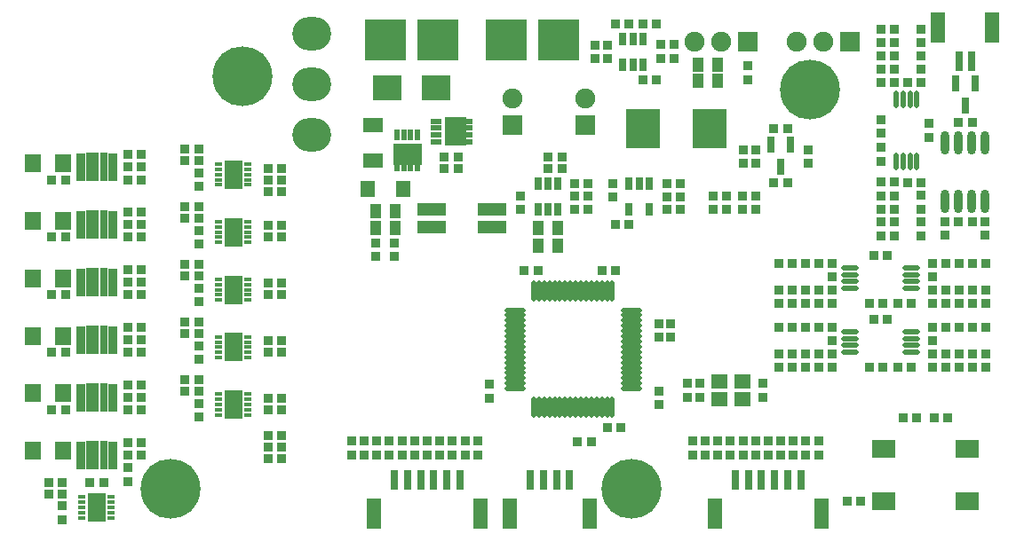
<source format=gts>
G04*
G04 #@! TF.GenerationSoftware,Altium Limited,Altium Designer,23.3.1 (30)*
G04*
G04 Layer_Color=8388736*
%FSLAX25Y25*%
%MOIN*%
G70*
G04*
G04 #@! TF.SameCoordinates,E5E33378-C9C0-40F0-BAD3-03F64417F324*
G04*
G04*
G04 #@! TF.FilePolarity,Negative*
G04*
G01*
G75*
%ADD54R,0.15748X0.15748*%
%ADD55R,0.15748X0.15748*%
%ADD56R,0.03800X0.03800*%
%ADD57R,0.03800X0.03800*%
%ADD58R,0.05524X0.11430*%
%ADD59R,0.03162X0.07493*%
%ADD60O,0.06524X0.02190*%
%ADD61R,0.08674X0.06706*%
%ADD62O,0.02190X0.06524*%
%ADD63O,0.03200X0.08800*%
%ADD64R,0.06312X0.05524*%
%ADD65O,0.07887X0.01981*%
%ADD66O,0.01981X0.07887*%
%ADD67R,0.10642X0.05131*%
%ADD68R,0.03162X0.05918*%
%ADD69R,0.04300X0.05800*%
%ADD70R,0.12611X0.14580*%
%ADD71R,0.03156X0.01581*%
%ADD72R,0.06896X0.10636*%
%ADD73R,0.03162X0.05131*%
%ADD74R,0.03950X0.02375*%
%ADD75R,0.07887X0.11036*%
%ADD76R,0.02375X0.03950*%
%ADD77R,0.11036X0.07887*%
%ADD78R,0.03359X0.02572*%
%ADD79R,0.03028X0.10839*%
%ADD80R,0.04910X0.10839*%
%ADD81R,0.06300X0.07000*%
%ADD82R,0.05524X0.06312*%
%ADD83R,0.05524X0.06312*%
%ADD84R,0.10642X0.09461*%
%ADD85R,0.07300X0.05800*%
%ADD86R,0.03162X0.04934*%
%ADD87C,0.07493*%
%ADD88R,0.07493X0.07493*%
%ADD89R,0.07493X0.07493*%
%ADD90O,0.14580X0.12611*%
%ADD91C,0.22453*%
D54*
X185039Y185039D02*
D03*
X139764D02*
D03*
D55*
X204724D02*
D03*
X159449D02*
D03*
D56*
X332032Y62154D02*
D03*
X337150D02*
D03*
X321531Y62153D02*
D03*
X326649D02*
D03*
X345032Y62154D02*
D03*
X350150D02*
D03*
X360032D02*
D03*
X365150D02*
D03*
Y67154D02*
D03*
X360032D02*
D03*
X345032D02*
D03*
X350150D02*
D03*
X360032Y77154D02*
D03*
X365150D02*
D03*
X350031Y77153D02*
D03*
X355149D02*
D03*
X302531Y67153D02*
D03*
X307649D02*
D03*
Y62153D02*
D03*
X302531D02*
D03*
X287531Y67153D02*
D03*
X292649D02*
D03*
Y62153D02*
D03*
X287531D02*
D03*
X302650Y77154D02*
D03*
X297532D02*
D03*
X292649Y77153D02*
D03*
X287531D02*
D03*
X307649Y86169D02*
D03*
X302531D02*
D03*
X292649D02*
D03*
X287531D02*
D03*
Y91169D02*
D03*
X292649D02*
D03*
X302531D02*
D03*
X307649D02*
D03*
X287531Y101169D02*
D03*
X292649D02*
D03*
X302650Y101170D02*
D03*
X297532D02*
D03*
X326649Y86169D02*
D03*
X321531D02*
D03*
X328149Y80153D02*
D03*
X323031D02*
D03*
X337150Y86170D02*
D03*
X332032D02*
D03*
X350150D02*
D03*
X345032D02*
D03*
X360032D02*
D03*
X365150D02*
D03*
Y91170D02*
D03*
X360032D02*
D03*
X350150D02*
D03*
X345032D02*
D03*
X365150Y101170D02*
D03*
X360032D02*
D03*
X350031Y101169D02*
D03*
X355149D02*
D03*
X323031Y104169D02*
D03*
X328149D02*
D03*
X335886Y131673D02*
D03*
X341004D02*
D03*
X325886Y121674D02*
D03*
X331004D02*
D03*
X341004Y169173D02*
D03*
X335886D02*
D03*
X325886Y179174D02*
D03*
X331004D02*
D03*
X100985Y128347D02*
D03*
X95867D02*
D03*
X226181Y98424D02*
D03*
X221063D02*
D03*
X197048D02*
D03*
X191929D02*
D03*
X212008Y34252D02*
D03*
X217126D02*
D03*
X223031Y39370D02*
D03*
X228149D02*
D03*
X262795Y121653D02*
D03*
X267913D02*
D03*
X262795Y126378D02*
D03*
X267913D02*
D03*
X285630Y151968D02*
D03*
X290748D02*
D03*
X285630Y131496D02*
D03*
X290748D02*
D03*
X100985Y36615D02*
D03*
X95867D02*
D03*
X354922Y154331D02*
D03*
X360040D02*
D03*
Y116929D02*
D03*
X354922D02*
D03*
X339173Y43307D02*
D03*
X334055D02*
D03*
X250590Y121653D02*
D03*
X245472D02*
D03*
X28937Y18898D02*
D03*
X34055D02*
D03*
X95867Y32284D02*
D03*
X100985D02*
D03*
X18504Y14567D02*
D03*
X13386D02*
D03*
X43111Y67717D02*
D03*
X48229D02*
D03*
X43111Y89370D02*
D03*
X48229D02*
D03*
X43111Y111024D02*
D03*
X48229D02*
D03*
X69686Y118111D02*
D03*
X64568D02*
D03*
X69686Y122442D02*
D03*
X64568D02*
D03*
X19685Y111024D02*
D03*
X14567D02*
D03*
X95867Y132677D02*
D03*
X100985D02*
D03*
X95867Y137008D02*
D03*
X100985D02*
D03*
X69685Y139764D02*
D03*
X64567D02*
D03*
X69685Y144095D02*
D03*
X64567D02*
D03*
X206103Y137008D02*
D03*
X200985D02*
D03*
X206103Y141339D02*
D03*
X200985D02*
D03*
X215945Y121653D02*
D03*
X210826D02*
D03*
X215945Y131102D02*
D03*
X210826D02*
D03*
X215945Y126378D02*
D03*
X210826D02*
D03*
X241536Y170079D02*
D03*
X236418D02*
D03*
X226181Y191339D02*
D03*
X231299D02*
D03*
X241535Y191338D02*
D03*
X236417D02*
D03*
X248228Y183464D02*
D03*
X243110D02*
D03*
Y178346D02*
D03*
X248228D02*
D03*
X167126Y141339D02*
D03*
X162008D02*
D03*
X167126Y137007D02*
D03*
X162007D02*
D03*
X100985Y67717D02*
D03*
X95867D02*
D03*
X48229Y46063D02*
D03*
X43111D02*
D03*
X14567Y46063D02*
D03*
X19685D02*
D03*
X14567Y67716D02*
D03*
X19685D02*
D03*
X43111Y29134D02*
D03*
X48229D02*
D03*
X43111Y50788D02*
D03*
X48229D02*
D03*
X43111Y72441D02*
D03*
X48229D02*
D03*
X100985Y27953D02*
D03*
X95867D02*
D03*
X100985Y50394D02*
D03*
X95867D02*
D03*
X100985Y46063D02*
D03*
X95867D02*
D03*
X100985Y72048D02*
D03*
X95867D02*
D03*
X14567Y89370D02*
D03*
X19685D02*
D03*
X14567Y132677D02*
D03*
X19685D02*
D03*
X100985Y93701D02*
D03*
X95867D02*
D03*
X100985Y89370D02*
D03*
X95867D02*
D03*
X48229Y132677D02*
D03*
X43111D02*
D03*
X100985Y115355D02*
D03*
X95867D02*
D03*
X100985Y111024D02*
D03*
X95867D02*
D03*
X273819Y121653D02*
D03*
X278937D02*
D03*
X273819Y126378D02*
D03*
X278937D02*
D03*
X318307Y11811D02*
D03*
X313189D02*
D03*
X43111Y33859D02*
D03*
X48229D02*
D03*
X43111Y55512D02*
D03*
X48229D02*
D03*
X43111Y98819D02*
D03*
X48229D02*
D03*
X13386Y18898D02*
D03*
X18504D02*
D03*
X64568Y57481D02*
D03*
X69686D02*
D03*
X64568Y53150D02*
D03*
X69686D02*
D03*
X64568Y74804D02*
D03*
X69686D02*
D03*
X64568Y79135D02*
D03*
X69686D02*
D03*
X64568Y96457D02*
D03*
X69686D02*
D03*
X64568Y100788D02*
D03*
X69686D02*
D03*
X345866Y43307D02*
D03*
X350985D02*
D03*
X231299Y115748D02*
D03*
X226181D02*
D03*
X43111Y94095D02*
D03*
X48229D02*
D03*
X43111Y77166D02*
D03*
X48229D02*
D03*
X43111Y115748D02*
D03*
X48229D02*
D03*
X43111Y120473D02*
D03*
X48229D02*
D03*
X43111Y137402D02*
D03*
X48229D02*
D03*
X43111Y142126D02*
D03*
X48229D02*
D03*
D57*
X355090Y67213D02*
D03*
Y62095D02*
D03*
X345091Y77212D02*
D03*
Y72094D02*
D03*
X297590Y67213D02*
D03*
Y62095D02*
D03*
X307591Y77212D02*
D03*
Y72094D02*
D03*
X297590Y91229D02*
D03*
Y86111D02*
D03*
X307591Y96110D02*
D03*
Y101228D02*
D03*
X355090Y86111D02*
D03*
Y91229D02*
D03*
X345091Y96110D02*
D03*
Y101228D02*
D03*
X340945Y126733D02*
D03*
Y121615D02*
D03*
X340945Y111614D02*
D03*
Y116732D02*
D03*
X330945Y111614D02*
D03*
Y116732D02*
D03*
X325945Y131732D02*
D03*
Y126614D02*
D03*
X330945D02*
D03*
Y131732D02*
D03*
X325945Y116732D02*
D03*
Y111614D02*
D03*
X343945Y148615D02*
D03*
Y153733D02*
D03*
X325945Y144732D02*
D03*
Y139614D02*
D03*
X325945Y150115D02*
D03*
Y155233D02*
D03*
X340945Y179232D02*
D03*
Y174114D02*
D03*
X340945Y189233D02*
D03*
Y184115D02*
D03*
X325945D02*
D03*
Y189233D02*
D03*
X330945D02*
D03*
Y184115D02*
D03*
Y169114D02*
D03*
Y174233D02*
D03*
X325945D02*
D03*
Y169114D02*
D03*
X257843Y56102D02*
D03*
Y50984D02*
D03*
X281464Y56103D02*
D03*
Y50985D02*
D03*
X253118Y56103D02*
D03*
Y50985D02*
D03*
X164960Y34449D02*
D03*
Y29331D02*
D03*
X169685D02*
D03*
Y34449D02*
D03*
X174409Y29331D02*
D03*
Y34449D02*
D03*
X178740Y55707D02*
D03*
Y50589D02*
D03*
X255118Y29330D02*
D03*
Y34449D02*
D03*
X274016Y29330D02*
D03*
Y34449D02*
D03*
X259842Y29331D02*
D03*
Y34449D02*
D03*
X269291Y29331D02*
D03*
Y34449D02*
D03*
X264567Y29331D02*
D03*
Y34449D02*
D03*
X278740Y29331D02*
D03*
Y34449D02*
D03*
X283464D02*
D03*
Y29331D02*
D03*
X288189Y34449D02*
D03*
Y29330D02*
D03*
X292913Y34449D02*
D03*
Y29331D02*
D03*
X242520Y73423D02*
D03*
Y78541D02*
D03*
X246851Y73423D02*
D03*
Y78541D02*
D03*
X242520Y48226D02*
D03*
Y53344D02*
D03*
X302362Y29331D02*
D03*
Y34449D02*
D03*
X297638Y29331D02*
D03*
Y34449D02*
D03*
X127166Y29330D02*
D03*
Y34449D02*
D03*
X131889Y29331D02*
D03*
Y34449D02*
D03*
X136614Y29331D02*
D03*
Y34449D02*
D03*
X141338Y29331D02*
D03*
Y34449D02*
D03*
X146063Y29330D02*
D03*
Y34449D02*
D03*
X150787Y29331D02*
D03*
Y34449D02*
D03*
X155511D02*
D03*
Y29331D02*
D03*
X160237Y34449D02*
D03*
Y29330D02*
D03*
X298426Y143897D02*
D03*
Y138779D02*
D03*
X278741Y143897D02*
D03*
Y138779D02*
D03*
X274015Y143898D02*
D03*
Y138780D02*
D03*
X136220Y108859D02*
D03*
Y103741D02*
D03*
X350000Y116929D02*
D03*
Y111811D02*
D03*
X364961Y116929D02*
D03*
Y111811D02*
D03*
X143307Y108858D02*
D03*
Y103740D02*
D03*
X245669Y131299D02*
D03*
Y126181D02*
D03*
X18504Y10040D02*
D03*
Y4922D02*
D03*
X69685Y113583D02*
D03*
Y108465D02*
D03*
Y135237D02*
D03*
Y130118D02*
D03*
X190551Y121456D02*
D03*
Y126575D02*
D03*
X223228Y183268D02*
D03*
Y178150D02*
D03*
X218504Y183268D02*
D03*
Y178150D02*
D03*
X275985Y175393D02*
D03*
Y170275D02*
D03*
X43307Y19291D02*
D03*
Y24409D02*
D03*
X69685Y43504D02*
D03*
Y48622D02*
D03*
Y65158D02*
D03*
Y70276D02*
D03*
Y86811D02*
D03*
Y91929D02*
D03*
X250393Y126181D02*
D03*
Y131299D02*
D03*
X225197Y131299D02*
D03*
Y126181D02*
D03*
D58*
X367618Y189764D02*
D03*
X347342D02*
D03*
X186516Y7087D02*
D03*
X216634D02*
D03*
X263484D02*
D03*
X303445D02*
D03*
X135531D02*
D03*
X175492D02*
D03*
D59*
X359941Y177165D02*
D03*
X355020D02*
D03*
X199114Y19685D02*
D03*
X194193D02*
D03*
X208957D02*
D03*
X204035D02*
D03*
X285925D02*
D03*
X281004D02*
D03*
X276083D02*
D03*
X271161D02*
D03*
X295768D02*
D03*
X290846D02*
D03*
X157972D02*
D03*
X153051D02*
D03*
X148130D02*
D03*
X143209D02*
D03*
X167815D02*
D03*
X162894D02*
D03*
D60*
X314067Y75492D02*
D03*
Y72933D02*
D03*
Y70374D02*
D03*
Y67815D02*
D03*
X337114Y75492D02*
D03*
Y72933D02*
D03*
Y70374D02*
D03*
Y67815D02*
D03*
X314067Y99508D02*
D03*
Y96949D02*
D03*
Y94390D02*
D03*
Y91831D02*
D03*
X337114Y99508D02*
D03*
Y96949D02*
D03*
Y94390D02*
D03*
Y91831D02*
D03*
D61*
X358268Y11811D02*
D03*
X326772D02*
D03*
X358268Y31496D02*
D03*
X326772D02*
D03*
D62*
X339283Y162697D02*
D03*
X336724D02*
D03*
X334165D02*
D03*
X331606D02*
D03*
X339283Y139650D02*
D03*
X336724D02*
D03*
X334165D02*
D03*
X331606D02*
D03*
D63*
X349980Y124433D02*
D03*
X354980D02*
D03*
X359980D02*
D03*
X364980D02*
D03*
Y146433D02*
D03*
X359980D02*
D03*
X354980D02*
D03*
X349980D02*
D03*
D64*
X273984Y50197D02*
D03*
X265323D02*
D03*
Y56890D02*
D03*
X273984D02*
D03*
D65*
X232087Y54132D02*
D03*
Y56100D02*
D03*
Y58069D02*
D03*
Y60037D02*
D03*
Y62006D02*
D03*
Y63974D02*
D03*
Y65943D02*
D03*
Y67911D02*
D03*
Y69880D02*
D03*
Y71848D02*
D03*
Y73817D02*
D03*
Y75785D02*
D03*
Y77754D02*
D03*
Y79722D02*
D03*
Y81691D02*
D03*
Y83659D02*
D03*
X188386D02*
D03*
Y81691D02*
D03*
Y79722D02*
D03*
Y77754D02*
D03*
Y75785D02*
D03*
Y73817D02*
D03*
Y71848D02*
D03*
Y69880D02*
D03*
Y67911D02*
D03*
Y65943D02*
D03*
Y63974D02*
D03*
Y62006D02*
D03*
Y60037D02*
D03*
Y58069D02*
D03*
Y56100D02*
D03*
Y54132D02*
D03*
D66*
X225000Y90746D02*
D03*
X223031D02*
D03*
X221063D02*
D03*
X219094D02*
D03*
X217126D02*
D03*
X215158D02*
D03*
X213189D02*
D03*
X211221D02*
D03*
X209252D02*
D03*
X207283D02*
D03*
X205315D02*
D03*
X203346D02*
D03*
X201378D02*
D03*
X199409D02*
D03*
X197441D02*
D03*
X195473D02*
D03*
Y47045D02*
D03*
X197441D02*
D03*
X199409D02*
D03*
X201378D02*
D03*
X203346D02*
D03*
X205315D02*
D03*
X207283D02*
D03*
X209252D02*
D03*
X211221D02*
D03*
X213189D02*
D03*
X215158D02*
D03*
X217126D02*
D03*
X219094D02*
D03*
X221063D02*
D03*
X223031D02*
D03*
X225000D02*
D03*
D67*
X179921Y114764D02*
D03*
Y121457D02*
D03*
X157087Y114764D02*
D03*
Y121457D02*
D03*
D68*
X288189Y137598D02*
D03*
X284449Y145866D02*
D03*
X291929D02*
D03*
X357480Y160433D02*
D03*
X353740Y168701D02*
D03*
X361221D02*
D03*
D69*
X197048Y107874D02*
D03*
X204528D02*
D03*
X257070Y175984D02*
D03*
X264551D02*
D03*
X257070Y169685D02*
D03*
X264551D02*
D03*
X136024Y114567D02*
D03*
X143504D02*
D03*
X136024Y120867D02*
D03*
X143504D02*
D03*
X197048Y114567D02*
D03*
X204528D02*
D03*
D70*
X261614Y151969D02*
D03*
X236614D02*
D03*
D71*
X77165Y134647D02*
D03*
Y136616D02*
D03*
Y138585D02*
D03*
Y132679D02*
D03*
X88189Y130710D02*
D03*
Y132679D02*
D03*
Y138585D02*
D03*
Y136616D02*
D03*
Y134647D02*
D03*
X77165Y130711D02*
D03*
Y48131D02*
D03*
Y50100D02*
D03*
Y52069D02*
D03*
Y46163D02*
D03*
X88189Y44194D02*
D03*
Y46163D02*
D03*
Y52069D02*
D03*
Y50100D02*
D03*
Y48131D02*
D03*
X77165Y44195D02*
D03*
Y109057D02*
D03*
X88189Y112993D02*
D03*
Y114962D02*
D03*
Y116931D02*
D03*
Y111025D02*
D03*
Y109056D02*
D03*
X77165Y111025D02*
D03*
Y116931D02*
D03*
Y114962D02*
D03*
Y112993D02*
D03*
Y87404D02*
D03*
X88189Y91340D02*
D03*
Y93309D02*
D03*
Y95278D02*
D03*
Y89372D02*
D03*
Y87403D02*
D03*
X77165Y89372D02*
D03*
Y95278D02*
D03*
Y93309D02*
D03*
Y91340D02*
D03*
X25984Y5514D02*
D03*
X37008Y9450D02*
D03*
Y11419D02*
D03*
Y13388D02*
D03*
Y7482D02*
D03*
Y5513D02*
D03*
X25984Y7482D02*
D03*
Y13388D02*
D03*
Y11419D02*
D03*
Y9450D02*
D03*
X77165Y65750D02*
D03*
X88189Y69686D02*
D03*
Y71655D02*
D03*
Y73624D02*
D03*
Y67718D02*
D03*
Y65749D02*
D03*
X77165Y67718D02*
D03*
Y73624D02*
D03*
Y71655D02*
D03*
Y69686D02*
D03*
D72*
X82677Y134646D02*
D03*
Y48130D02*
D03*
Y112992D02*
D03*
Y91339D02*
D03*
X31496Y9449D02*
D03*
X82677Y69685D02*
D03*
D73*
X197047Y131102D02*
D03*
X200787D02*
D03*
X204527D02*
D03*
Y121653D02*
D03*
X200787D02*
D03*
X197047D02*
D03*
X236417Y175984D02*
D03*
X232677D02*
D03*
X228937D02*
D03*
Y185433D02*
D03*
X232677D02*
D03*
X236417D02*
D03*
D74*
X170354Y146949D02*
D03*
X158780Y149508D02*
D03*
X170354D02*
D03*
Y154626D02*
D03*
X158780D02*
D03*
Y152067D02*
D03*
X170354D02*
D03*
X158780Y146949D02*
D03*
D75*
X166142Y150787D02*
D03*
D76*
X144193Y137914D02*
D03*
X146752Y149488D02*
D03*
Y137914D02*
D03*
X151870D02*
D03*
Y149488D02*
D03*
X149311D02*
D03*
Y137914D02*
D03*
X144193Y149488D02*
D03*
D77*
X148031Y142126D02*
D03*
D78*
X25591Y54626D02*
D03*
Y52067D02*
D03*
Y46949D02*
D03*
Y49508D02*
D03*
X37402Y46949D02*
D03*
Y49508D02*
D03*
Y52067D02*
D03*
Y54626D02*
D03*
X25591Y97933D02*
D03*
Y95374D02*
D03*
Y90256D02*
D03*
Y92815D02*
D03*
X37402Y90256D02*
D03*
Y92815D02*
D03*
Y95374D02*
D03*
Y97933D02*
D03*
X25591Y119587D02*
D03*
Y117027D02*
D03*
Y111909D02*
D03*
Y114469D02*
D03*
X37402Y111909D02*
D03*
Y114469D02*
D03*
Y117027D02*
D03*
Y119587D02*
D03*
Y141240D02*
D03*
Y138681D02*
D03*
Y136122D02*
D03*
Y133563D02*
D03*
X25591Y136122D02*
D03*
Y133563D02*
D03*
Y138681D02*
D03*
Y141240D02*
D03*
X37402Y32972D02*
D03*
Y30413D02*
D03*
Y27854D02*
D03*
Y25295D02*
D03*
X25591Y27854D02*
D03*
Y25295D02*
D03*
Y30413D02*
D03*
Y32972D02*
D03*
X37402Y76279D02*
D03*
Y73721D02*
D03*
Y71161D02*
D03*
Y68602D02*
D03*
X25591Y71161D02*
D03*
Y68602D02*
D03*
Y73721D02*
D03*
Y76279D02*
D03*
D79*
X34142Y50787D02*
D03*
Y94095D02*
D03*
Y115748D02*
D03*
Y137402D02*
D03*
Y29134D02*
D03*
Y72441D02*
D03*
D80*
X29791Y50787D02*
D03*
Y94095D02*
D03*
Y115748D02*
D03*
Y137402D02*
D03*
Y29134D02*
D03*
Y72441D02*
D03*
D81*
X18701Y30709D02*
D03*
X7480D02*
D03*
X18701Y52362D02*
D03*
X7480D02*
D03*
X18701Y74016D02*
D03*
X7480D02*
D03*
X18701Y95669D02*
D03*
X7480D02*
D03*
X18701Y117323D02*
D03*
X7480D02*
D03*
X18701Y138976D02*
D03*
X7480D02*
D03*
D82*
X133071Y129134D02*
D03*
D83*
X146457D02*
D03*
D84*
X140354Y167323D02*
D03*
X158858D02*
D03*
D85*
X135039Y139707D02*
D03*
Y153207D02*
D03*
D86*
X238779Y131102D02*
D03*
X235039D02*
D03*
X231299D02*
D03*
Y121653D02*
D03*
X238779D02*
D03*
D87*
X294331Y184500D02*
D03*
X304331D02*
D03*
X214961Y163189D02*
D03*
X187402D02*
D03*
X256000Y184500D02*
D03*
X266000D02*
D03*
D88*
X314331D02*
D03*
X276000D02*
D03*
D89*
X214961Y153346D02*
D03*
X187402D02*
D03*
D90*
X112205Y149606D02*
D03*
Y168504D02*
D03*
Y187402D02*
D03*
D91*
X299213Y166535D02*
D03*
X86221Y171653D02*
D03*
X59055Y16535D02*
D03*
X232283D02*
D03*
M02*

</source>
